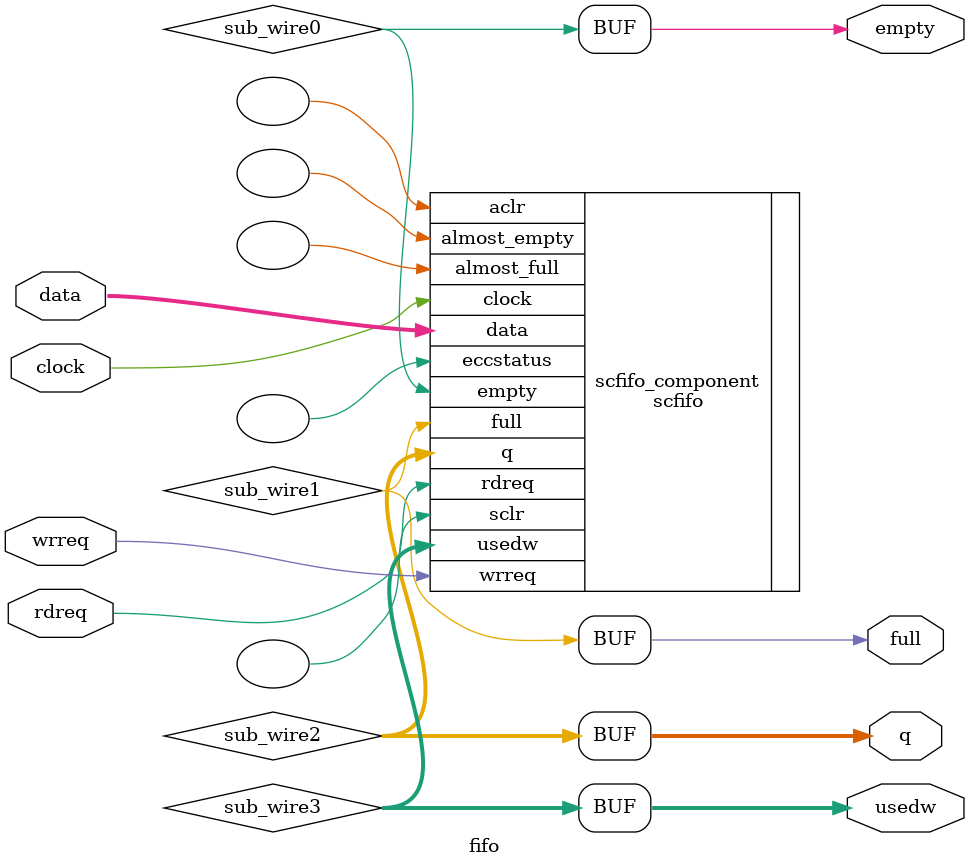
<source format=v>
module fifo (
	clock,
	data,
	rdreq,
	wrreq,
	empty,
	full,
	q,
	usedw);
	input	  clock;
	input	[15:0]  data;
	input	  rdreq;
	input	  wrreq;
	output	  empty;
	output	  full;
	output	[15:0]  q;
	output	[7:0]  usedw;
	wire  sub_wire0;
	wire  sub_wire1;
	wire [15:0] sub_wire2;
	wire [7:0] sub_wire3;
	wire  empty = sub_wire0;
	wire  full = sub_wire1;
	wire [15:0] q = sub_wire2[15:0];
	wire [7:0] usedw = sub_wire3[7:0];
	scfifo	scfifo_component (
				.clock (clock),
				.data (data),
				.rdreq (rdreq),
				.wrreq (wrreq),
				.empty (sub_wire0),
				.full (sub_wire1),
				.q (sub_wire2),
				.usedw (sub_wire3),
				.aclr (),
				.almost_empty (),
				.almost_full (),
				.eccstatus (),
				.sclr ());
	defparam
		scfifo_component.add_ram_output_register = "OFF",
		scfifo_component.intended_device_family = "Cyclone V",
		scfifo_component.lpm_numwords = 256,
		scfifo_component.lpm_showahead = "ON",
		scfifo_component.lpm_type = "scfifo",
		scfifo_component.lpm_width = 16,
		scfifo_component.lpm_widthu = 8,
		scfifo_component.overflow_checking = "ON",
		scfifo_component.underflow_checking = "ON",
		scfifo_component.use_eab = "ON";
endmodule
</source>
